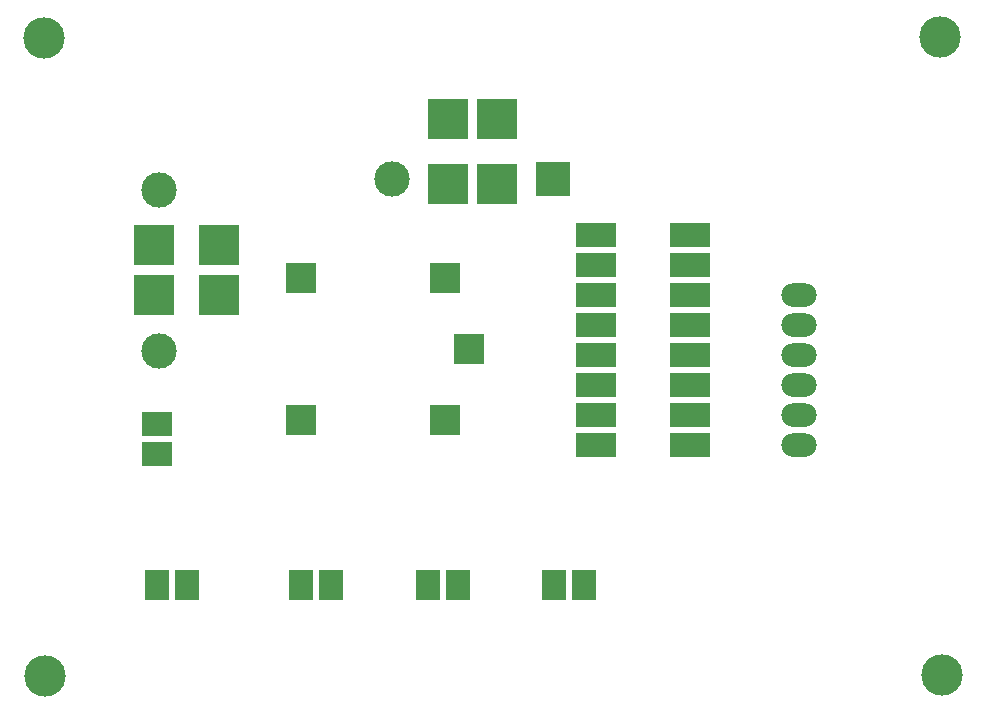
<source format=gbr>
%TF.GenerationSoftware,Altium Limited,Altium Designer,23.1.1 (15)*%
G04 Layer_Physical_Order=1*
G04 Layer_Color=255*
%FSLAX45Y45*%
%MOMM*%
%TF.SameCoordinates,577F6362-1072-468E-9D62-096A069DAD50*%
%TF.FilePolarity,Positive*%
%TF.FileFunction,Copper,L1,Top,Signal*%
%TF.Part,Single*%
G01*
G75*
%TA.AperFunction,ComponentPad*%
%ADD10R,2.50000X2.50000*%
%ADD11R,3.50000X3.50000*%
%ADD12R,3.00000X3.00000*%
%ADD13C,3.00000*%
%ADD14R,3.50000X3.50000*%
%ADD15R,2.00000X2.50000*%
%ADD16O,3.00000X2.00000*%
%ADD17R,3.50000X2.00000*%
%ADD18R,2.50000X2.00000*%
%TA.AperFunction,ViaPad*%
%ADD19C,3.50000*%
D10*
X3696500Y3663800D02*
D03*
Y2463800D02*
D03*
X2476500D02*
D03*
Y3663800D02*
D03*
X3896500Y3063800D02*
D03*
D11*
X4140200Y4457700D02*
D03*
Y5007700D02*
D03*
X3720200D02*
D03*
Y4457700D02*
D03*
D12*
X4610200Y4503700D02*
D03*
D13*
X3250200D02*
D03*
X1277900Y4407900D02*
D03*
Y3047900D02*
D03*
D14*
X1231900Y3937900D02*
D03*
X1781900D02*
D03*
Y3517900D02*
D03*
X1231900D02*
D03*
D15*
X1511300Y1066800D02*
D03*
X1257300D02*
D03*
X4876800D02*
D03*
X4622800D02*
D03*
X3803650D02*
D03*
X3549650D02*
D03*
X2730500D02*
D03*
X2476500D02*
D03*
D16*
X6692500Y2501900D02*
D03*
Y2755900D02*
D03*
Y3263900D02*
D03*
Y2247900D02*
D03*
Y3517900D02*
D03*
Y3009900D02*
D03*
D17*
X5769100Y2247900D02*
D03*
Y2501900D02*
D03*
Y2755900D02*
D03*
Y3009900D02*
D03*
Y3263900D02*
D03*
Y3517900D02*
D03*
Y3771900D02*
D03*
Y4025900D02*
D03*
X4975100D02*
D03*
Y3771900D02*
D03*
Y3517900D02*
D03*
Y3263900D02*
D03*
Y3009900D02*
D03*
Y2755900D02*
D03*
Y2501900D02*
D03*
Y2247900D02*
D03*
D18*
X1257300Y2171700D02*
D03*
Y2425700D02*
D03*
D19*
X310000Y290000D02*
D03*
X7907500Y305000D02*
D03*
X302500Y5692500D02*
D03*
X7885000Y5700000D02*
D03*
%TF.MD5,85e0453a57bb9a5fbe5c510e0aec4b3d*%
M02*

</source>
